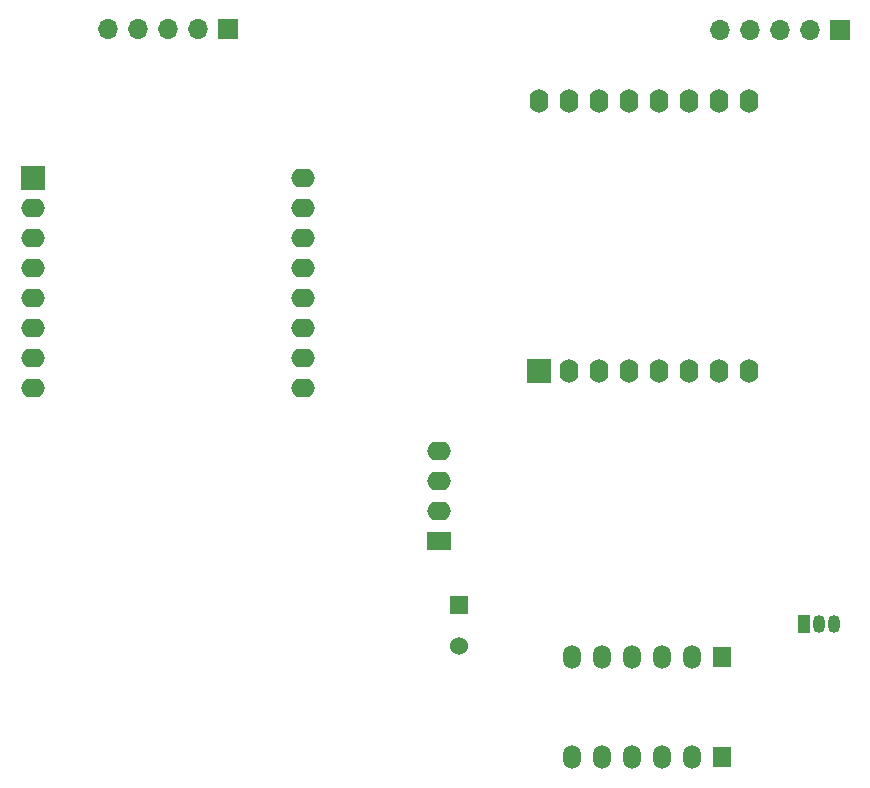
<source format=gbr>
%TF.GenerationSoftware,KiCad,Pcbnew,8.0.8-unknown-202501170223~559b1827ca~ubuntu24.04.1*%
%TF.CreationDate,2025-02-03T18:23:22-05:00*%
%TF.ProjectId,delivery-box-reporter-lora,64656c69-7665-4727-992d-626f782d7265,rev?*%
%TF.SameCoordinates,Original*%
%TF.FileFunction,Soldermask,Bot*%
%TF.FilePolarity,Negative*%
%FSLAX46Y46*%
G04 Gerber Fmt 4.6, Leading zero omitted, Abs format (unit mm)*
G04 Created by KiCad (PCBNEW 8.0.8-unknown-202501170223~559b1827ca~ubuntu24.04.1) date 2025-02-03 18:23:22*
%MOMM*%
%LPD*%
G01*
G04 APERTURE LIST*
%ADD10R,1.600000X1.700000*%
%ADD11O,1.500000X2.000000*%
%ADD12R,1.700000X1.700000*%
%ADD13O,1.700000X1.700000*%
%ADD14R,1.050000X1.500000*%
%ADD15O,1.050000X1.500000*%
%ADD16R,2.000000X2.000000*%
%ADD17O,2.000000X1.600000*%
%ADD18R,2.000000X1.600000*%
%ADD19O,1.600000X2.000000*%
%ADD20R,1.524000X1.524000*%
%ADD21C,1.524000*%
G04 APERTURE END LIST*
D10*
%TO.C,U3*%
X149150000Y-119450000D03*
D11*
X146610000Y-119450000D03*
X144070000Y-119450000D03*
X141530000Y-119450000D03*
X138990000Y-119450000D03*
X136450000Y-119450000D03*
%TD*%
D10*
%TO.C,U3*%
X149150000Y-127950000D03*
D11*
X146610000Y-127950000D03*
X144070000Y-127950000D03*
X141530000Y-127950000D03*
X138990000Y-127950000D03*
X136450000Y-127950000D03*
%TD*%
D12*
%TO.C,U8*%
X107315000Y-66260000D03*
D13*
X104775000Y-66260000D03*
X102235000Y-66260000D03*
X99695000Y-66260000D03*
X97155000Y-66260000D03*
%TD*%
D14*
%TO.C,U5*%
X156135000Y-116650000D03*
D15*
X157405000Y-116650000D03*
X158675000Y-116650000D03*
%TD*%
D12*
%TO.C,U6*%
X159110000Y-66350000D03*
D13*
X156570000Y-66350000D03*
X154030000Y-66350000D03*
X151490000Y-66350000D03*
X148950000Y-66350000D03*
%TD*%
D16*
%TO.C,U7*%
X90785000Y-78860000D03*
D17*
X90785000Y-81400000D03*
X90785000Y-83940000D03*
X90785000Y-86480000D03*
X90785000Y-89020000D03*
X90785000Y-91560000D03*
X90785000Y-94100000D03*
X90785000Y-96640000D03*
X113645000Y-96640000D03*
X113645000Y-94100000D03*
X113645000Y-91560000D03*
X113645000Y-89020000D03*
X113645000Y-86480000D03*
X113645000Y-83940000D03*
X113645000Y-81400000D03*
X113645000Y-78860000D03*
%TD*%
D18*
%TO.C,DISP1*%
X125200000Y-109600000D03*
D17*
X125200000Y-107060000D03*
X125200000Y-104520000D03*
X125200000Y-101980000D03*
%TD*%
D16*
%TO.C,U1*%
X133640000Y-95200000D03*
D19*
X136180000Y-95200000D03*
X138720000Y-95200000D03*
X141260000Y-95200000D03*
X143800000Y-95200000D03*
X146340000Y-95200000D03*
X148880000Y-95200000D03*
X151420000Y-95200000D03*
X151420000Y-72340000D03*
X148880000Y-72340000D03*
X146340000Y-72340000D03*
X143800000Y-72340000D03*
X141260000Y-72340000D03*
X138720000Y-72340000D03*
X136180000Y-72340000D03*
X133640000Y-72340000D03*
%TD*%
D20*
%TO.C,J1*%
X126850000Y-115050000D03*
D21*
X126850000Y-118550000D03*
%TD*%
M02*

</source>
